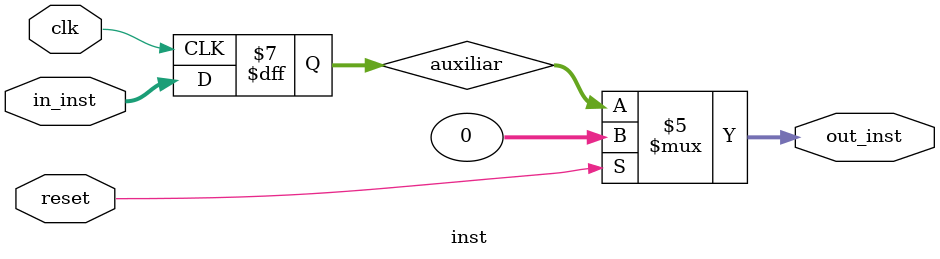
<source format=v>
`timescale 1ns / 1ps

module inst(in_inst,clk,reset,out_inst);

input wire [31:0] in_inst;  
input wire clk;
input wire reset;
output reg [31:0] out_inst;

reg [31:0] auxiliar;

//assign out_inst=auxiliar;

always @(posedge clk)
       begin
        auxiliar = in_inst;
       end
       
always @*
begin
 if(reset == 0)
       begin
            out_inst = auxiliar;
       end
    else 
       begin
            out_inst = 32'h0;
       end
end
//always @*
//     begin
//       if (reset == 1)
//        begin
//           auxiliar = 32'h0;
//        end
//      end
//
//always @(posedge clk)
//        begin 
//	       auxiliar = in_inst;
//        end
endmodule



</source>
